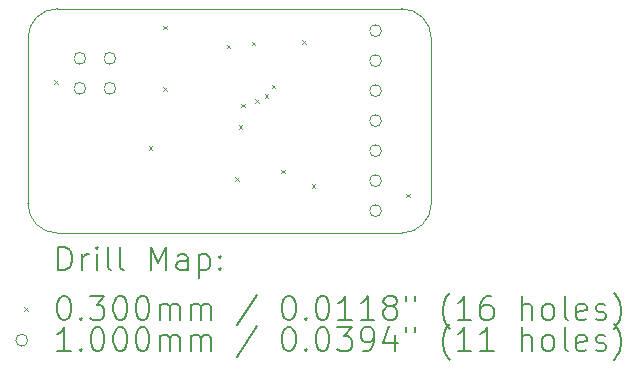
<source format=gbr>
%TF.GenerationSoftware,KiCad,Pcbnew,8.0.3*%
%TF.CreationDate,2024-06-23T18:20:28+02:00*%
%TF.ProjectId,PCF2131-breakout,50434632-3133-4312-9d62-7265616b6f75,rev?*%
%TF.SameCoordinates,Original*%
%TF.FileFunction,Drillmap*%
%TF.FilePolarity,Positive*%
%FSLAX45Y45*%
G04 Gerber Fmt 4.5, Leading zero omitted, Abs format (unit mm)*
G04 Created by KiCad (PCBNEW 8.0.3) date 2024-06-23 18:20:28*
%MOMM*%
%LPD*%
G01*
G04 APERTURE LIST*
%ADD10C,0.050000*%
%ADD11C,0.200000*%
%ADD12C,0.100000*%
G04 APERTURE END LIST*
D10*
X9950000Y-6300000D02*
X12865000Y-6300000D01*
X13115000Y-6550000D02*
X13115000Y-7950000D01*
X12865000Y-8200000D02*
X9950000Y-8200000D01*
X9700000Y-7950000D02*
X9700000Y-6550000D01*
X12865000Y-6300000D02*
G75*
G02*
X13115000Y-6550000I0J-250000D01*
G01*
X13115000Y-7950000D02*
G75*
G02*
X12865000Y-8200000I-250000J0D01*
G01*
X9700000Y-6550000D02*
G75*
G02*
X9950000Y-6300000I250000J0D01*
G01*
X9950000Y-8200000D02*
G75*
G02*
X9700000Y-7950000I0J250000D01*
G01*
D11*
D12*
X9925000Y-6905000D02*
X9955000Y-6935000D01*
X9955000Y-6905000D02*
X9925000Y-6935000D01*
X10725000Y-7465000D02*
X10755000Y-7495000D01*
X10755000Y-7465000D02*
X10725000Y-7495000D01*
X10845000Y-6445000D02*
X10875000Y-6475000D01*
X10875000Y-6445000D02*
X10845000Y-6475000D01*
X10845000Y-6965000D02*
X10875000Y-6995000D01*
X10875000Y-6965000D02*
X10845000Y-6995000D01*
X11385000Y-6605000D02*
X11415000Y-6635000D01*
X11415000Y-6605000D02*
X11385000Y-6635000D01*
X11455495Y-7725000D02*
X11485495Y-7755000D01*
X11485495Y-7725000D02*
X11455495Y-7755000D01*
X11485000Y-7285000D02*
X11515000Y-7315000D01*
X11515000Y-7285000D02*
X11485000Y-7315000D01*
X11505000Y-7105000D02*
X11535000Y-7135000D01*
X11535000Y-7105000D02*
X11505000Y-7135000D01*
X11596931Y-6581209D02*
X11626931Y-6611209D01*
X11626931Y-6581209D02*
X11596931Y-6611209D01*
X11625000Y-7065000D02*
X11655000Y-7095000D01*
X11655000Y-7065000D02*
X11625000Y-7095000D01*
X11705000Y-7025000D02*
X11735000Y-7055000D01*
X11735000Y-7025000D02*
X11705000Y-7055000D01*
X11765000Y-6945000D02*
X11795000Y-6975000D01*
X11795000Y-6945000D02*
X11765000Y-6975000D01*
X11845000Y-7665000D02*
X11875000Y-7695000D01*
X11875000Y-7665000D02*
X11845000Y-7695000D01*
X12025000Y-6565000D02*
X12055000Y-6595000D01*
X12055000Y-6565000D02*
X12025000Y-6595000D01*
X12105000Y-7785000D02*
X12135000Y-7815000D01*
X12135000Y-7785000D02*
X12105000Y-7815000D01*
X12905000Y-7865000D02*
X12935000Y-7895000D01*
X12935000Y-7865000D02*
X12905000Y-7895000D01*
X10190000Y-6720000D02*
G75*
G02*
X10090000Y-6720000I-50000J0D01*
G01*
X10090000Y-6720000D02*
G75*
G02*
X10190000Y-6720000I50000J0D01*
G01*
X10190000Y-6974000D02*
G75*
G02*
X10090000Y-6974000I-50000J0D01*
G01*
X10090000Y-6974000D02*
G75*
G02*
X10190000Y-6974000I50000J0D01*
G01*
X10444000Y-6720000D02*
G75*
G02*
X10344000Y-6720000I-50000J0D01*
G01*
X10344000Y-6720000D02*
G75*
G02*
X10444000Y-6720000I50000J0D01*
G01*
X10444000Y-6974000D02*
G75*
G02*
X10344000Y-6974000I-50000J0D01*
G01*
X10344000Y-6974000D02*
G75*
G02*
X10444000Y-6974000I50000J0D01*
G01*
X12693778Y-6485958D02*
G75*
G02*
X12593778Y-6485958I-50000J0D01*
G01*
X12593778Y-6485958D02*
G75*
G02*
X12693778Y-6485958I50000J0D01*
G01*
X12693778Y-6739958D02*
G75*
G02*
X12593778Y-6739958I-50000J0D01*
G01*
X12593778Y-6739958D02*
G75*
G02*
X12693778Y-6739958I50000J0D01*
G01*
X12693778Y-6993958D02*
G75*
G02*
X12593778Y-6993958I-50000J0D01*
G01*
X12593778Y-6993958D02*
G75*
G02*
X12693778Y-6993958I50000J0D01*
G01*
X12693778Y-7247958D02*
G75*
G02*
X12593778Y-7247958I-50000J0D01*
G01*
X12593778Y-7247958D02*
G75*
G02*
X12693778Y-7247958I50000J0D01*
G01*
X12693778Y-7501958D02*
G75*
G02*
X12593778Y-7501958I-50000J0D01*
G01*
X12593778Y-7501958D02*
G75*
G02*
X12693778Y-7501958I50000J0D01*
G01*
X12693778Y-7755958D02*
G75*
G02*
X12593778Y-7755958I-50000J0D01*
G01*
X12593778Y-7755958D02*
G75*
G02*
X12693778Y-7755958I50000J0D01*
G01*
X12693778Y-8009958D02*
G75*
G02*
X12593778Y-8009958I-50000J0D01*
G01*
X12593778Y-8009958D02*
G75*
G02*
X12693778Y-8009958I50000J0D01*
G01*
D11*
X9958277Y-8513984D02*
X9958277Y-8313984D01*
X9958277Y-8313984D02*
X10005896Y-8313984D01*
X10005896Y-8313984D02*
X10034467Y-8323508D01*
X10034467Y-8323508D02*
X10053515Y-8342555D01*
X10053515Y-8342555D02*
X10063039Y-8361603D01*
X10063039Y-8361603D02*
X10072563Y-8399698D01*
X10072563Y-8399698D02*
X10072563Y-8428270D01*
X10072563Y-8428270D02*
X10063039Y-8466365D01*
X10063039Y-8466365D02*
X10053515Y-8485412D01*
X10053515Y-8485412D02*
X10034467Y-8504460D01*
X10034467Y-8504460D02*
X10005896Y-8513984D01*
X10005896Y-8513984D02*
X9958277Y-8513984D01*
X10158277Y-8513984D02*
X10158277Y-8380650D01*
X10158277Y-8418746D02*
X10167801Y-8399698D01*
X10167801Y-8399698D02*
X10177324Y-8390174D01*
X10177324Y-8390174D02*
X10196372Y-8380650D01*
X10196372Y-8380650D02*
X10215420Y-8380650D01*
X10282086Y-8513984D02*
X10282086Y-8380650D01*
X10282086Y-8313984D02*
X10272563Y-8323508D01*
X10272563Y-8323508D02*
X10282086Y-8333031D01*
X10282086Y-8333031D02*
X10291610Y-8323508D01*
X10291610Y-8323508D02*
X10282086Y-8313984D01*
X10282086Y-8313984D02*
X10282086Y-8333031D01*
X10405896Y-8513984D02*
X10386848Y-8504460D01*
X10386848Y-8504460D02*
X10377324Y-8485412D01*
X10377324Y-8485412D02*
X10377324Y-8313984D01*
X10510658Y-8513984D02*
X10491610Y-8504460D01*
X10491610Y-8504460D02*
X10482086Y-8485412D01*
X10482086Y-8485412D02*
X10482086Y-8313984D01*
X10739229Y-8513984D02*
X10739229Y-8313984D01*
X10739229Y-8313984D02*
X10805896Y-8456841D01*
X10805896Y-8456841D02*
X10872563Y-8313984D01*
X10872563Y-8313984D02*
X10872563Y-8513984D01*
X11053515Y-8513984D02*
X11053515Y-8409222D01*
X11053515Y-8409222D02*
X11043991Y-8390174D01*
X11043991Y-8390174D02*
X11024944Y-8380650D01*
X11024944Y-8380650D02*
X10986848Y-8380650D01*
X10986848Y-8380650D02*
X10967801Y-8390174D01*
X11053515Y-8504460D02*
X11034467Y-8513984D01*
X11034467Y-8513984D02*
X10986848Y-8513984D01*
X10986848Y-8513984D02*
X10967801Y-8504460D01*
X10967801Y-8504460D02*
X10958277Y-8485412D01*
X10958277Y-8485412D02*
X10958277Y-8466365D01*
X10958277Y-8466365D02*
X10967801Y-8447317D01*
X10967801Y-8447317D02*
X10986848Y-8437793D01*
X10986848Y-8437793D02*
X11034467Y-8437793D01*
X11034467Y-8437793D02*
X11053515Y-8428270D01*
X11148753Y-8380650D02*
X11148753Y-8580650D01*
X11148753Y-8390174D02*
X11167801Y-8380650D01*
X11167801Y-8380650D02*
X11205896Y-8380650D01*
X11205896Y-8380650D02*
X11224943Y-8390174D01*
X11224943Y-8390174D02*
X11234467Y-8399698D01*
X11234467Y-8399698D02*
X11243991Y-8418746D01*
X11243991Y-8418746D02*
X11243991Y-8475889D01*
X11243991Y-8475889D02*
X11234467Y-8494936D01*
X11234467Y-8494936D02*
X11224943Y-8504460D01*
X11224943Y-8504460D02*
X11205896Y-8513984D01*
X11205896Y-8513984D02*
X11167801Y-8513984D01*
X11167801Y-8513984D02*
X11148753Y-8504460D01*
X11329705Y-8494936D02*
X11339229Y-8504460D01*
X11339229Y-8504460D02*
X11329705Y-8513984D01*
X11329705Y-8513984D02*
X11320182Y-8504460D01*
X11320182Y-8504460D02*
X11329705Y-8494936D01*
X11329705Y-8494936D02*
X11329705Y-8513984D01*
X11329705Y-8390174D02*
X11339229Y-8399698D01*
X11339229Y-8399698D02*
X11329705Y-8409222D01*
X11329705Y-8409222D02*
X11320182Y-8399698D01*
X11320182Y-8399698D02*
X11329705Y-8390174D01*
X11329705Y-8390174D02*
X11329705Y-8409222D01*
D12*
X9667500Y-8827500D02*
X9697500Y-8857500D01*
X9697500Y-8827500D02*
X9667500Y-8857500D01*
D11*
X9996372Y-8733984D02*
X10015420Y-8733984D01*
X10015420Y-8733984D02*
X10034467Y-8743508D01*
X10034467Y-8743508D02*
X10043991Y-8753031D01*
X10043991Y-8753031D02*
X10053515Y-8772079D01*
X10053515Y-8772079D02*
X10063039Y-8810174D01*
X10063039Y-8810174D02*
X10063039Y-8857793D01*
X10063039Y-8857793D02*
X10053515Y-8895889D01*
X10053515Y-8895889D02*
X10043991Y-8914936D01*
X10043991Y-8914936D02*
X10034467Y-8924460D01*
X10034467Y-8924460D02*
X10015420Y-8933984D01*
X10015420Y-8933984D02*
X9996372Y-8933984D01*
X9996372Y-8933984D02*
X9977324Y-8924460D01*
X9977324Y-8924460D02*
X9967801Y-8914936D01*
X9967801Y-8914936D02*
X9958277Y-8895889D01*
X9958277Y-8895889D02*
X9948753Y-8857793D01*
X9948753Y-8857793D02*
X9948753Y-8810174D01*
X9948753Y-8810174D02*
X9958277Y-8772079D01*
X9958277Y-8772079D02*
X9967801Y-8753031D01*
X9967801Y-8753031D02*
X9977324Y-8743508D01*
X9977324Y-8743508D02*
X9996372Y-8733984D01*
X10148753Y-8914936D02*
X10158277Y-8924460D01*
X10158277Y-8924460D02*
X10148753Y-8933984D01*
X10148753Y-8933984D02*
X10139229Y-8924460D01*
X10139229Y-8924460D02*
X10148753Y-8914936D01*
X10148753Y-8914936D02*
X10148753Y-8933984D01*
X10224944Y-8733984D02*
X10348753Y-8733984D01*
X10348753Y-8733984D02*
X10282086Y-8810174D01*
X10282086Y-8810174D02*
X10310658Y-8810174D01*
X10310658Y-8810174D02*
X10329705Y-8819698D01*
X10329705Y-8819698D02*
X10339229Y-8829222D01*
X10339229Y-8829222D02*
X10348753Y-8848270D01*
X10348753Y-8848270D02*
X10348753Y-8895889D01*
X10348753Y-8895889D02*
X10339229Y-8914936D01*
X10339229Y-8914936D02*
X10329705Y-8924460D01*
X10329705Y-8924460D02*
X10310658Y-8933984D01*
X10310658Y-8933984D02*
X10253515Y-8933984D01*
X10253515Y-8933984D02*
X10234467Y-8924460D01*
X10234467Y-8924460D02*
X10224944Y-8914936D01*
X10472563Y-8733984D02*
X10491610Y-8733984D01*
X10491610Y-8733984D02*
X10510658Y-8743508D01*
X10510658Y-8743508D02*
X10520182Y-8753031D01*
X10520182Y-8753031D02*
X10529705Y-8772079D01*
X10529705Y-8772079D02*
X10539229Y-8810174D01*
X10539229Y-8810174D02*
X10539229Y-8857793D01*
X10539229Y-8857793D02*
X10529705Y-8895889D01*
X10529705Y-8895889D02*
X10520182Y-8914936D01*
X10520182Y-8914936D02*
X10510658Y-8924460D01*
X10510658Y-8924460D02*
X10491610Y-8933984D01*
X10491610Y-8933984D02*
X10472563Y-8933984D01*
X10472563Y-8933984D02*
X10453515Y-8924460D01*
X10453515Y-8924460D02*
X10443991Y-8914936D01*
X10443991Y-8914936D02*
X10434467Y-8895889D01*
X10434467Y-8895889D02*
X10424944Y-8857793D01*
X10424944Y-8857793D02*
X10424944Y-8810174D01*
X10424944Y-8810174D02*
X10434467Y-8772079D01*
X10434467Y-8772079D02*
X10443991Y-8753031D01*
X10443991Y-8753031D02*
X10453515Y-8743508D01*
X10453515Y-8743508D02*
X10472563Y-8733984D01*
X10663039Y-8733984D02*
X10682086Y-8733984D01*
X10682086Y-8733984D02*
X10701134Y-8743508D01*
X10701134Y-8743508D02*
X10710658Y-8753031D01*
X10710658Y-8753031D02*
X10720182Y-8772079D01*
X10720182Y-8772079D02*
X10729705Y-8810174D01*
X10729705Y-8810174D02*
X10729705Y-8857793D01*
X10729705Y-8857793D02*
X10720182Y-8895889D01*
X10720182Y-8895889D02*
X10710658Y-8914936D01*
X10710658Y-8914936D02*
X10701134Y-8924460D01*
X10701134Y-8924460D02*
X10682086Y-8933984D01*
X10682086Y-8933984D02*
X10663039Y-8933984D01*
X10663039Y-8933984D02*
X10643991Y-8924460D01*
X10643991Y-8924460D02*
X10634467Y-8914936D01*
X10634467Y-8914936D02*
X10624944Y-8895889D01*
X10624944Y-8895889D02*
X10615420Y-8857793D01*
X10615420Y-8857793D02*
X10615420Y-8810174D01*
X10615420Y-8810174D02*
X10624944Y-8772079D01*
X10624944Y-8772079D02*
X10634467Y-8753031D01*
X10634467Y-8753031D02*
X10643991Y-8743508D01*
X10643991Y-8743508D02*
X10663039Y-8733984D01*
X10815420Y-8933984D02*
X10815420Y-8800650D01*
X10815420Y-8819698D02*
X10824944Y-8810174D01*
X10824944Y-8810174D02*
X10843991Y-8800650D01*
X10843991Y-8800650D02*
X10872563Y-8800650D01*
X10872563Y-8800650D02*
X10891610Y-8810174D01*
X10891610Y-8810174D02*
X10901134Y-8829222D01*
X10901134Y-8829222D02*
X10901134Y-8933984D01*
X10901134Y-8829222D02*
X10910658Y-8810174D01*
X10910658Y-8810174D02*
X10929705Y-8800650D01*
X10929705Y-8800650D02*
X10958277Y-8800650D01*
X10958277Y-8800650D02*
X10977325Y-8810174D01*
X10977325Y-8810174D02*
X10986848Y-8829222D01*
X10986848Y-8829222D02*
X10986848Y-8933984D01*
X11082086Y-8933984D02*
X11082086Y-8800650D01*
X11082086Y-8819698D02*
X11091610Y-8810174D01*
X11091610Y-8810174D02*
X11110658Y-8800650D01*
X11110658Y-8800650D02*
X11139229Y-8800650D01*
X11139229Y-8800650D02*
X11158277Y-8810174D01*
X11158277Y-8810174D02*
X11167801Y-8829222D01*
X11167801Y-8829222D02*
X11167801Y-8933984D01*
X11167801Y-8829222D02*
X11177325Y-8810174D01*
X11177325Y-8810174D02*
X11196372Y-8800650D01*
X11196372Y-8800650D02*
X11224943Y-8800650D01*
X11224943Y-8800650D02*
X11243991Y-8810174D01*
X11243991Y-8810174D02*
X11253515Y-8829222D01*
X11253515Y-8829222D02*
X11253515Y-8933984D01*
X11643991Y-8724460D02*
X11472563Y-8981603D01*
X11901134Y-8733984D02*
X11920182Y-8733984D01*
X11920182Y-8733984D02*
X11939229Y-8743508D01*
X11939229Y-8743508D02*
X11948753Y-8753031D01*
X11948753Y-8753031D02*
X11958277Y-8772079D01*
X11958277Y-8772079D02*
X11967801Y-8810174D01*
X11967801Y-8810174D02*
X11967801Y-8857793D01*
X11967801Y-8857793D02*
X11958277Y-8895889D01*
X11958277Y-8895889D02*
X11948753Y-8914936D01*
X11948753Y-8914936D02*
X11939229Y-8924460D01*
X11939229Y-8924460D02*
X11920182Y-8933984D01*
X11920182Y-8933984D02*
X11901134Y-8933984D01*
X11901134Y-8933984D02*
X11882086Y-8924460D01*
X11882086Y-8924460D02*
X11872563Y-8914936D01*
X11872563Y-8914936D02*
X11863039Y-8895889D01*
X11863039Y-8895889D02*
X11853515Y-8857793D01*
X11853515Y-8857793D02*
X11853515Y-8810174D01*
X11853515Y-8810174D02*
X11863039Y-8772079D01*
X11863039Y-8772079D02*
X11872563Y-8753031D01*
X11872563Y-8753031D02*
X11882086Y-8743508D01*
X11882086Y-8743508D02*
X11901134Y-8733984D01*
X12053515Y-8914936D02*
X12063039Y-8924460D01*
X12063039Y-8924460D02*
X12053515Y-8933984D01*
X12053515Y-8933984D02*
X12043991Y-8924460D01*
X12043991Y-8924460D02*
X12053515Y-8914936D01*
X12053515Y-8914936D02*
X12053515Y-8933984D01*
X12186848Y-8733984D02*
X12205896Y-8733984D01*
X12205896Y-8733984D02*
X12224944Y-8743508D01*
X12224944Y-8743508D02*
X12234467Y-8753031D01*
X12234467Y-8753031D02*
X12243991Y-8772079D01*
X12243991Y-8772079D02*
X12253515Y-8810174D01*
X12253515Y-8810174D02*
X12253515Y-8857793D01*
X12253515Y-8857793D02*
X12243991Y-8895889D01*
X12243991Y-8895889D02*
X12234467Y-8914936D01*
X12234467Y-8914936D02*
X12224944Y-8924460D01*
X12224944Y-8924460D02*
X12205896Y-8933984D01*
X12205896Y-8933984D02*
X12186848Y-8933984D01*
X12186848Y-8933984D02*
X12167801Y-8924460D01*
X12167801Y-8924460D02*
X12158277Y-8914936D01*
X12158277Y-8914936D02*
X12148753Y-8895889D01*
X12148753Y-8895889D02*
X12139229Y-8857793D01*
X12139229Y-8857793D02*
X12139229Y-8810174D01*
X12139229Y-8810174D02*
X12148753Y-8772079D01*
X12148753Y-8772079D02*
X12158277Y-8753031D01*
X12158277Y-8753031D02*
X12167801Y-8743508D01*
X12167801Y-8743508D02*
X12186848Y-8733984D01*
X12443991Y-8933984D02*
X12329706Y-8933984D01*
X12386848Y-8933984D02*
X12386848Y-8733984D01*
X12386848Y-8733984D02*
X12367801Y-8762555D01*
X12367801Y-8762555D02*
X12348753Y-8781603D01*
X12348753Y-8781603D02*
X12329706Y-8791127D01*
X12634467Y-8933984D02*
X12520182Y-8933984D01*
X12577325Y-8933984D02*
X12577325Y-8733984D01*
X12577325Y-8733984D02*
X12558277Y-8762555D01*
X12558277Y-8762555D02*
X12539229Y-8781603D01*
X12539229Y-8781603D02*
X12520182Y-8791127D01*
X12748753Y-8819698D02*
X12729706Y-8810174D01*
X12729706Y-8810174D02*
X12720182Y-8800650D01*
X12720182Y-8800650D02*
X12710658Y-8781603D01*
X12710658Y-8781603D02*
X12710658Y-8772079D01*
X12710658Y-8772079D02*
X12720182Y-8753031D01*
X12720182Y-8753031D02*
X12729706Y-8743508D01*
X12729706Y-8743508D02*
X12748753Y-8733984D01*
X12748753Y-8733984D02*
X12786848Y-8733984D01*
X12786848Y-8733984D02*
X12805896Y-8743508D01*
X12805896Y-8743508D02*
X12815420Y-8753031D01*
X12815420Y-8753031D02*
X12824944Y-8772079D01*
X12824944Y-8772079D02*
X12824944Y-8781603D01*
X12824944Y-8781603D02*
X12815420Y-8800650D01*
X12815420Y-8800650D02*
X12805896Y-8810174D01*
X12805896Y-8810174D02*
X12786848Y-8819698D01*
X12786848Y-8819698D02*
X12748753Y-8819698D01*
X12748753Y-8819698D02*
X12729706Y-8829222D01*
X12729706Y-8829222D02*
X12720182Y-8838746D01*
X12720182Y-8838746D02*
X12710658Y-8857793D01*
X12710658Y-8857793D02*
X12710658Y-8895889D01*
X12710658Y-8895889D02*
X12720182Y-8914936D01*
X12720182Y-8914936D02*
X12729706Y-8924460D01*
X12729706Y-8924460D02*
X12748753Y-8933984D01*
X12748753Y-8933984D02*
X12786848Y-8933984D01*
X12786848Y-8933984D02*
X12805896Y-8924460D01*
X12805896Y-8924460D02*
X12815420Y-8914936D01*
X12815420Y-8914936D02*
X12824944Y-8895889D01*
X12824944Y-8895889D02*
X12824944Y-8857793D01*
X12824944Y-8857793D02*
X12815420Y-8838746D01*
X12815420Y-8838746D02*
X12805896Y-8829222D01*
X12805896Y-8829222D02*
X12786848Y-8819698D01*
X12901134Y-8733984D02*
X12901134Y-8772079D01*
X12977325Y-8733984D02*
X12977325Y-8772079D01*
X13272563Y-9010174D02*
X13263039Y-9000650D01*
X13263039Y-9000650D02*
X13243991Y-8972079D01*
X13243991Y-8972079D02*
X13234468Y-8953031D01*
X13234468Y-8953031D02*
X13224944Y-8924460D01*
X13224944Y-8924460D02*
X13215420Y-8876841D01*
X13215420Y-8876841D02*
X13215420Y-8838746D01*
X13215420Y-8838746D02*
X13224944Y-8791127D01*
X13224944Y-8791127D02*
X13234468Y-8762555D01*
X13234468Y-8762555D02*
X13243991Y-8743508D01*
X13243991Y-8743508D02*
X13263039Y-8714936D01*
X13263039Y-8714936D02*
X13272563Y-8705412D01*
X13453515Y-8933984D02*
X13339229Y-8933984D01*
X13396372Y-8933984D02*
X13396372Y-8733984D01*
X13396372Y-8733984D02*
X13377325Y-8762555D01*
X13377325Y-8762555D02*
X13358277Y-8781603D01*
X13358277Y-8781603D02*
X13339229Y-8791127D01*
X13624944Y-8733984D02*
X13586848Y-8733984D01*
X13586848Y-8733984D02*
X13567801Y-8743508D01*
X13567801Y-8743508D02*
X13558277Y-8753031D01*
X13558277Y-8753031D02*
X13539229Y-8781603D01*
X13539229Y-8781603D02*
X13529706Y-8819698D01*
X13529706Y-8819698D02*
X13529706Y-8895889D01*
X13529706Y-8895889D02*
X13539229Y-8914936D01*
X13539229Y-8914936D02*
X13548753Y-8924460D01*
X13548753Y-8924460D02*
X13567801Y-8933984D01*
X13567801Y-8933984D02*
X13605896Y-8933984D01*
X13605896Y-8933984D02*
X13624944Y-8924460D01*
X13624944Y-8924460D02*
X13634468Y-8914936D01*
X13634468Y-8914936D02*
X13643991Y-8895889D01*
X13643991Y-8895889D02*
X13643991Y-8848270D01*
X13643991Y-8848270D02*
X13634468Y-8829222D01*
X13634468Y-8829222D02*
X13624944Y-8819698D01*
X13624944Y-8819698D02*
X13605896Y-8810174D01*
X13605896Y-8810174D02*
X13567801Y-8810174D01*
X13567801Y-8810174D02*
X13548753Y-8819698D01*
X13548753Y-8819698D02*
X13539229Y-8829222D01*
X13539229Y-8829222D02*
X13529706Y-8848270D01*
X13882087Y-8933984D02*
X13882087Y-8733984D01*
X13967801Y-8933984D02*
X13967801Y-8829222D01*
X13967801Y-8829222D02*
X13958277Y-8810174D01*
X13958277Y-8810174D02*
X13939230Y-8800650D01*
X13939230Y-8800650D02*
X13910658Y-8800650D01*
X13910658Y-8800650D02*
X13891610Y-8810174D01*
X13891610Y-8810174D02*
X13882087Y-8819698D01*
X14091610Y-8933984D02*
X14072563Y-8924460D01*
X14072563Y-8924460D02*
X14063039Y-8914936D01*
X14063039Y-8914936D02*
X14053515Y-8895889D01*
X14053515Y-8895889D02*
X14053515Y-8838746D01*
X14053515Y-8838746D02*
X14063039Y-8819698D01*
X14063039Y-8819698D02*
X14072563Y-8810174D01*
X14072563Y-8810174D02*
X14091610Y-8800650D01*
X14091610Y-8800650D02*
X14120182Y-8800650D01*
X14120182Y-8800650D02*
X14139230Y-8810174D01*
X14139230Y-8810174D02*
X14148753Y-8819698D01*
X14148753Y-8819698D02*
X14158277Y-8838746D01*
X14158277Y-8838746D02*
X14158277Y-8895889D01*
X14158277Y-8895889D02*
X14148753Y-8914936D01*
X14148753Y-8914936D02*
X14139230Y-8924460D01*
X14139230Y-8924460D02*
X14120182Y-8933984D01*
X14120182Y-8933984D02*
X14091610Y-8933984D01*
X14272563Y-8933984D02*
X14253515Y-8924460D01*
X14253515Y-8924460D02*
X14243991Y-8905412D01*
X14243991Y-8905412D02*
X14243991Y-8733984D01*
X14424944Y-8924460D02*
X14405896Y-8933984D01*
X14405896Y-8933984D02*
X14367801Y-8933984D01*
X14367801Y-8933984D02*
X14348753Y-8924460D01*
X14348753Y-8924460D02*
X14339230Y-8905412D01*
X14339230Y-8905412D02*
X14339230Y-8829222D01*
X14339230Y-8829222D02*
X14348753Y-8810174D01*
X14348753Y-8810174D02*
X14367801Y-8800650D01*
X14367801Y-8800650D02*
X14405896Y-8800650D01*
X14405896Y-8800650D02*
X14424944Y-8810174D01*
X14424944Y-8810174D02*
X14434468Y-8829222D01*
X14434468Y-8829222D02*
X14434468Y-8848270D01*
X14434468Y-8848270D02*
X14339230Y-8867317D01*
X14510658Y-8924460D02*
X14529706Y-8933984D01*
X14529706Y-8933984D02*
X14567801Y-8933984D01*
X14567801Y-8933984D02*
X14586849Y-8924460D01*
X14586849Y-8924460D02*
X14596372Y-8905412D01*
X14596372Y-8905412D02*
X14596372Y-8895889D01*
X14596372Y-8895889D02*
X14586849Y-8876841D01*
X14586849Y-8876841D02*
X14567801Y-8867317D01*
X14567801Y-8867317D02*
X14539230Y-8867317D01*
X14539230Y-8867317D02*
X14520182Y-8857793D01*
X14520182Y-8857793D02*
X14510658Y-8838746D01*
X14510658Y-8838746D02*
X14510658Y-8829222D01*
X14510658Y-8829222D02*
X14520182Y-8810174D01*
X14520182Y-8810174D02*
X14539230Y-8800650D01*
X14539230Y-8800650D02*
X14567801Y-8800650D01*
X14567801Y-8800650D02*
X14586849Y-8810174D01*
X14663039Y-9010174D02*
X14672563Y-9000650D01*
X14672563Y-9000650D02*
X14691611Y-8972079D01*
X14691611Y-8972079D02*
X14701134Y-8953031D01*
X14701134Y-8953031D02*
X14710658Y-8924460D01*
X14710658Y-8924460D02*
X14720182Y-8876841D01*
X14720182Y-8876841D02*
X14720182Y-8838746D01*
X14720182Y-8838746D02*
X14710658Y-8791127D01*
X14710658Y-8791127D02*
X14701134Y-8762555D01*
X14701134Y-8762555D02*
X14691611Y-8743508D01*
X14691611Y-8743508D02*
X14672563Y-8714936D01*
X14672563Y-8714936D02*
X14663039Y-8705412D01*
D12*
X9697500Y-9106500D02*
G75*
G02*
X9597500Y-9106500I-50000J0D01*
G01*
X9597500Y-9106500D02*
G75*
G02*
X9697500Y-9106500I50000J0D01*
G01*
D11*
X10063039Y-9197984D02*
X9948753Y-9197984D01*
X10005896Y-9197984D02*
X10005896Y-8997984D01*
X10005896Y-8997984D02*
X9986848Y-9026555D01*
X9986848Y-9026555D02*
X9967801Y-9045603D01*
X9967801Y-9045603D02*
X9948753Y-9055127D01*
X10148753Y-9178936D02*
X10158277Y-9188460D01*
X10158277Y-9188460D02*
X10148753Y-9197984D01*
X10148753Y-9197984D02*
X10139229Y-9188460D01*
X10139229Y-9188460D02*
X10148753Y-9178936D01*
X10148753Y-9178936D02*
X10148753Y-9197984D01*
X10282086Y-8997984D02*
X10301134Y-8997984D01*
X10301134Y-8997984D02*
X10320182Y-9007508D01*
X10320182Y-9007508D02*
X10329705Y-9017031D01*
X10329705Y-9017031D02*
X10339229Y-9036079D01*
X10339229Y-9036079D02*
X10348753Y-9074174D01*
X10348753Y-9074174D02*
X10348753Y-9121793D01*
X10348753Y-9121793D02*
X10339229Y-9159889D01*
X10339229Y-9159889D02*
X10329705Y-9178936D01*
X10329705Y-9178936D02*
X10320182Y-9188460D01*
X10320182Y-9188460D02*
X10301134Y-9197984D01*
X10301134Y-9197984D02*
X10282086Y-9197984D01*
X10282086Y-9197984D02*
X10263039Y-9188460D01*
X10263039Y-9188460D02*
X10253515Y-9178936D01*
X10253515Y-9178936D02*
X10243991Y-9159889D01*
X10243991Y-9159889D02*
X10234467Y-9121793D01*
X10234467Y-9121793D02*
X10234467Y-9074174D01*
X10234467Y-9074174D02*
X10243991Y-9036079D01*
X10243991Y-9036079D02*
X10253515Y-9017031D01*
X10253515Y-9017031D02*
X10263039Y-9007508D01*
X10263039Y-9007508D02*
X10282086Y-8997984D01*
X10472563Y-8997984D02*
X10491610Y-8997984D01*
X10491610Y-8997984D02*
X10510658Y-9007508D01*
X10510658Y-9007508D02*
X10520182Y-9017031D01*
X10520182Y-9017031D02*
X10529705Y-9036079D01*
X10529705Y-9036079D02*
X10539229Y-9074174D01*
X10539229Y-9074174D02*
X10539229Y-9121793D01*
X10539229Y-9121793D02*
X10529705Y-9159889D01*
X10529705Y-9159889D02*
X10520182Y-9178936D01*
X10520182Y-9178936D02*
X10510658Y-9188460D01*
X10510658Y-9188460D02*
X10491610Y-9197984D01*
X10491610Y-9197984D02*
X10472563Y-9197984D01*
X10472563Y-9197984D02*
X10453515Y-9188460D01*
X10453515Y-9188460D02*
X10443991Y-9178936D01*
X10443991Y-9178936D02*
X10434467Y-9159889D01*
X10434467Y-9159889D02*
X10424944Y-9121793D01*
X10424944Y-9121793D02*
X10424944Y-9074174D01*
X10424944Y-9074174D02*
X10434467Y-9036079D01*
X10434467Y-9036079D02*
X10443991Y-9017031D01*
X10443991Y-9017031D02*
X10453515Y-9007508D01*
X10453515Y-9007508D02*
X10472563Y-8997984D01*
X10663039Y-8997984D02*
X10682086Y-8997984D01*
X10682086Y-8997984D02*
X10701134Y-9007508D01*
X10701134Y-9007508D02*
X10710658Y-9017031D01*
X10710658Y-9017031D02*
X10720182Y-9036079D01*
X10720182Y-9036079D02*
X10729705Y-9074174D01*
X10729705Y-9074174D02*
X10729705Y-9121793D01*
X10729705Y-9121793D02*
X10720182Y-9159889D01*
X10720182Y-9159889D02*
X10710658Y-9178936D01*
X10710658Y-9178936D02*
X10701134Y-9188460D01*
X10701134Y-9188460D02*
X10682086Y-9197984D01*
X10682086Y-9197984D02*
X10663039Y-9197984D01*
X10663039Y-9197984D02*
X10643991Y-9188460D01*
X10643991Y-9188460D02*
X10634467Y-9178936D01*
X10634467Y-9178936D02*
X10624944Y-9159889D01*
X10624944Y-9159889D02*
X10615420Y-9121793D01*
X10615420Y-9121793D02*
X10615420Y-9074174D01*
X10615420Y-9074174D02*
X10624944Y-9036079D01*
X10624944Y-9036079D02*
X10634467Y-9017031D01*
X10634467Y-9017031D02*
X10643991Y-9007508D01*
X10643991Y-9007508D02*
X10663039Y-8997984D01*
X10815420Y-9197984D02*
X10815420Y-9064650D01*
X10815420Y-9083698D02*
X10824944Y-9074174D01*
X10824944Y-9074174D02*
X10843991Y-9064650D01*
X10843991Y-9064650D02*
X10872563Y-9064650D01*
X10872563Y-9064650D02*
X10891610Y-9074174D01*
X10891610Y-9074174D02*
X10901134Y-9093222D01*
X10901134Y-9093222D02*
X10901134Y-9197984D01*
X10901134Y-9093222D02*
X10910658Y-9074174D01*
X10910658Y-9074174D02*
X10929705Y-9064650D01*
X10929705Y-9064650D02*
X10958277Y-9064650D01*
X10958277Y-9064650D02*
X10977325Y-9074174D01*
X10977325Y-9074174D02*
X10986848Y-9093222D01*
X10986848Y-9093222D02*
X10986848Y-9197984D01*
X11082086Y-9197984D02*
X11082086Y-9064650D01*
X11082086Y-9083698D02*
X11091610Y-9074174D01*
X11091610Y-9074174D02*
X11110658Y-9064650D01*
X11110658Y-9064650D02*
X11139229Y-9064650D01*
X11139229Y-9064650D02*
X11158277Y-9074174D01*
X11158277Y-9074174D02*
X11167801Y-9093222D01*
X11167801Y-9093222D02*
X11167801Y-9197984D01*
X11167801Y-9093222D02*
X11177325Y-9074174D01*
X11177325Y-9074174D02*
X11196372Y-9064650D01*
X11196372Y-9064650D02*
X11224943Y-9064650D01*
X11224943Y-9064650D02*
X11243991Y-9074174D01*
X11243991Y-9074174D02*
X11253515Y-9093222D01*
X11253515Y-9093222D02*
X11253515Y-9197984D01*
X11643991Y-8988460D02*
X11472563Y-9245603D01*
X11901134Y-8997984D02*
X11920182Y-8997984D01*
X11920182Y-8997984D02*
X11939229Y-9007508D01*
X11939229Y-9007508D02*
X11948753Y-9017031D01*
X11948753Y-9017031D02*
X11958277Y-9036079D01*
X11958277Y-9036079D02*
X11967801Y-9074174D01*
X11967801Y-9074174D02*
X11967801Y-9121793D01*
X11967801Y-9121793D02*
X11958277Y-9159889D01*
X11958277Y-9159889D02*
X11948753Y-9178936D01*
X11948753Y-9178936D02*
X11939229Y-9188460D01*
X11939229Y-9188460D02*
X11920182Y-9197984D01*
X11920182Y-9197984D02*
X11901134Y-9197984D01*
X11901134Y-9197984D02*
X11882086Y-9188460D01*
X11882086Y-9188460D02*
X11872563Y-9178936D01*
X11872563Y-9178936D02*
X11863039Y-9159889D01*
X11863039Y-9159889D02*
X11853515Y-9121793D01*
X11853515Y-9121793D02*
X11853515Y-9074174D01*
X11853515Y-9074174D02*
X11863039Y-9036079D01*
X11863039Y-9036079D02*
X11872563Y-9017031D01*
X11872563Y-9017031D02*
X11882086Y-9007508D01*
X11882086Y-9007508D02*
X11901134Y-8997984D01*
X12053515Y-9178936D02*
X12063039Y-9188460D01*
X12063039Y-9188460D02*
X12053515Y-9197984D01*
X12053515Y-9197984D02*
X12043991Y-9188460D01*
X12043991Y-9188460D02*
X12053515Y-9178936D01*
X12053515Y-9178936D02*
X12053515Y-9197984D01*
X12186848Y-8997984D02*
X12205896Y-8997984D01*
X12205896Y-8997984D02*
X12224944Y-9007508D01*
X12224944Y-9007508D02*
X12234467Y-9017031D01*
X12234467Y-9017031D02*
X12243991Y-9036079D01*
X12243991Y-9036079D02*
X12253515Y-9074174D01*
X12253515Y-9074174D02*
X12253515Y-9121793D01*
X12253515Y-9121793D02*
X12243991Y-9159889D01*
X12243991Y-9159889D02*
X12234467Y-9178936D01*
X12234467Y-9178936D02*
X12224944Y-9188460D01*
X12224944Y-9188460D02*
X12205896Y-9197984D01*
X12205896Y-9197984D02*
X12186848Y-9197984D01*
X12186848Y-9197984D02*
X12167801Y-9188460D01*
X12167801Y-9188460D02*
X12158277Y-9178936D01*
X12158277Y-9178936D02*
X12148753Y-9159889D01*
X12148753Y-9159889D02*
X12139229Y-9121793D01*
X12139229Y-9121793D02*
X12139229Y-9074174D01*
X12139229Y-9074174D02*
X12148753Y-9036079D01*
X12148753Y-9036079D02*
X12158277Y-9017031D01*
X12158277Y-9017031D02*
X12167801Y-9007508D01*
X12167801Y-9007508D02*
X12186848Y-8997984D01*
X12320182Y-8997984D02*
X12443991Y-8997984D01*
X12443991Y-8997984D02*
X12377325Y-9074174D01*
X12377325Y-9074174D02*
X12405896Y-9074174D01*
X12405896Y-9074174D02*
X12424944Y-9083698D01*
X12424944Y-9083698D02*
X12434467Y-9093222D01*
X12434467Y-9093222D02*
X12443991Y-9112270D01*
X12443991Y-9112270D02*
X12443991Y-9159889D01*
X12443991Y-9159889D02*
X12434467Y-9178936D01*
X12434467Y-9178936D02*
X12424944Y-9188460D01*
X12424944Y-9188460D02*
X12405896Y-9197984D01*
X12405896Y-9197984D02*
X12348753Y-9197984D01*
X12348753Y-9197984D02*
X12329706Y-9188460D01*
X12329706Y-9188460D02*
X12320182Y-9178936D01*
X12539229Y-9197984D02*
X12577325Y-9197984D01*
X12577325Y-9197984D02*
X12596372Y-9188460D01*
X12596372Y-9188460D02*
X12605896Y-9178936D01*
X12605896Y-9178936D02*
X12624944Y-9150365D01*
X12624944Y-9150365D02*
X12634467Y-9112270D01*
X12634467Y-9112270D02*
X12634467Y-9036079D01*
X12634467Y-9036079D02*
X12624944Y-9017031D01*
X12624944Y-9017031D02*
X12615420Y-9007508D01*
X12615420Y-9007508D02*
X12596372Y-8997984D01*
X12596372Y-8997984D02*
X12558277Y-8997984D01*
X12558277Y-8997984D02*
X12539229Y-9007508D01*
X12539229Y-9007508D02*
X12529706Y-9017031D01*
X12529706Y-9017031D02*
X12520182Y-9036079D01*
X12520182Y-9036079D02*
X12520182Y-9083698D01*
X12520182Y-9083698D02*
X12529706Y-9102746D01*
X12529706Y-9102746D02*
X12539229Y-9112270D01*
X12539229Y-9112270D02*
X12558277Y-9121793D01*
X12558277Y-9121793D02*
X12596372Y-9121793D01*
X12596372Y-9121793D02*
X12615420Y-9112270D01*
X12615420Y-9112270D02*
X12624944Y-9102746D01*
X12624944Y-9102746D02*
X12634467Y-9083698D01*
X12805896Y-9064650D02*
X12805896Y-9197984D01*
X12758277Y-8988460D02*
X12710658Y-9131317D01*
X12710658Y-9131317D02*
X12834467Y-9131317D01*
X12901134Y-8997984D02*
X12901134Y-9036079D01*
X12977325Y-8997984D02*
X12977325Y-9036079D01*
X13272563Y-9274174D02*
X13263039Y-9264650D01*
X13263039Y-9264650D02*
X13243991Y-9236079D01*
X13243991Y-9236079D02*
X13234468Y-9217031D01*
X13234468Y-9217031D02*
X13224944Y-9188460D01*
X13224944Y-9188460D02*
X13215420Y-9140841D01*
X13215420Y-9140841D02*
X13215420Y-9102746D01*
X13215420Y-9102746D02*
X13224944Y-9055127D01*
X13224944Y-9055127D02*
X13234468Y-9026555D01*
X13234468Y-9026555D02*
X13243991Y-9007508D01*
X13243991Y-9007508D02*
X13263039Y-8978936D01*
X13263039Y-8978936D02*
X13272563Y-8969412D01*
X13453515Y-9197984D02*
X13339229Y-9197984D01*
X13396372Y-9197984D02*
X13396372Y-8997984D01*
X13396372Y-8997984D02*
X13377325Y-9026555D01*
X13377325Y-9026555D02*
X13358277Y-9045603D01*
X13358277Y-9045603D02*
X13339229Y-9055127D01*
X13643991Y-9197984D02*
X13529706Y-9197984D01*
X13586848Y-9197984D02*
X13586848Y-8997984D01*
X13586848Y-8997984D02*
X13567801Y-9026555D01*
X13567801Y-9026555D02*
X13548753Y-9045603D01*
X13548753Y-9045603D02*
X13529706Y-9055127D01*
X13882087Y-9197984D02*
X13882087Y-8997984D01*
X13967801Y-9197984D02*
X13967801Y-9093222D01*
X13967801Y-9093222D02*
X13958277Y-9074174D01*
X13958277Y-9074174D02*
X13939230Y-9064650D01*
X13939230Y-9064650D02*
X13910658Y-9064650D01*
X13910658Y-9064650D02*
X13891610Y-9074174D01*
X13891610Y-9074174D02*
X13882087Y-9083698D01*
X14091610Y-9197984D02*
X14072563Y-9188460D01*
X14072563Y-9188460D02*
X14063039Y-9178936D01*
X14063039Y-9178936D02*
X14053515Y-9159889D01*
X14053515Y-9159889D02*
X14053515Y-9102746D01*
X14053515Y-9102746D02*
X14063039Y-9083698D01*
X14063039Y-9083698D02*
X14072563Y-9074174D01*
X14072563Y-9074174D02*
X14091610Y-9064650D01*
X14091610Y-9064650D02*
X14120182Y-9064650D01*
X14120182Y-9064650D02*
X14139230Y-9074174D01*
X14139230Y-9074174D02*
X14148753Y-9083698D01*
X14148753Y-9083698D02*
X14158277Y-9102746D01*
X14158277Y-9102746D02*
X14158277Y-9159889D01*
X14158277Y-9159889D02*
X14148753Y-9178936D01*
X14148753Y-9178936D02*
X14139230Y-9188460D01*
X14139230Y-9188460D02*
X14120182Y-9197984D01*
X14120182Y-9197984D02*
X14091610Y-9197984D01*
X14272563Y-9197984D02*
X14253515Y-9188460D01*
X14253515Y-9188460D02*
X14243991Y-9169412D01*
X14243991Y-9169412D02*
X14243991Y-8997984D01*
X14424944Y-9188460D02*
X14405896Y-9197984D01*
X14405896Y-9197984D02*
X14367801Y-9197984D01*
X14367801Y-9197984D02*
X14348753Y-9188460D01*
X14348753Y-9188460D02*
X14339230Y-9169412D01*
X14339230Y-9169412D02*
X14339230Y-9093222D01*
X14339230Y-9093222D02*
X14348753Y-9074174D01*
X14348753Y-9074174D02*
X14367801Y-9064650D01*
X14367801Y-9064650D02*
X14405896Y-9064650D01*
X14405896Y-9064650D02*
X14424944Y-9074174D01*
X14424944Y-9074174D02*
X14434468Y-9093222D01*
X14434468Y-9093222D02*
X14434468Y-9112270D01*
X14434468Y-9112270D02*
X14339230Y-9131317D01*
X14510658Y-9188460D02*
X14529706Y-9197984D01*
X14529706Y-9197984D02*
X14567801Y-9197984D01*
X14567801Y-9197984D02*
X14586849Y-9188460D01*
X14586849Y-9188460D02*
X14596372Y-9169412D01*
X14596372Y-9169412D02*
X14596372Y-9159889D01*
X14596372Y-9159889D02*
X14586849Y-9140841D01*
X14586849Y-9140841D02*
X14567801Y-9131317D01*
X14567801Y-9131317D02*
X14539230Y-9131317D01*
X14539230Y-9131317D02*
X14520182Y-9121793D01*
X14520182Y-9121793D02*
X14510658Y-9102746D01*
X14510658Y-9102746D02*
X14510658Y-9093222D01*
X14510658Y-9093222D02*
X14520182Y-9074174D01*
X14520182Y-9074174D02*
X14539230Y-9064650D01*
X14539230Y-9064650D02*
X14567801Y-9064650D01*
X14567801Y-9064650D02*
X14586849Y-9074174D01*
X14663039Y-9274174D02*
X14672563Y-9264650D01*
X14672563Y-9264650D02*
X14691611Y-9236079D01*
X14691611Y-9236079D02*
X14701134Y-9217031D01*
X14701134Y-9217031D02*
X14710658Y-9188460D01*
X14710658Y-9188460D02*
X14720182Y-9140841D01*
X14720182Y-9140841D02*
X14720182Y-9102746D01*
X14720182Y-9102746D02*
X14710658Y-9055127D01*
X14710658Y-9055127D02*
X14701134Y-9026555D01*
X14701134Y-9026555D02*
X14691611Y-9007508D01*
X14691611Y-9007508D02*
X14672563Y-8978936D01*
X14672563Y-8978936D02*
X14663039Y-8969412D01*
M02*

</source>
